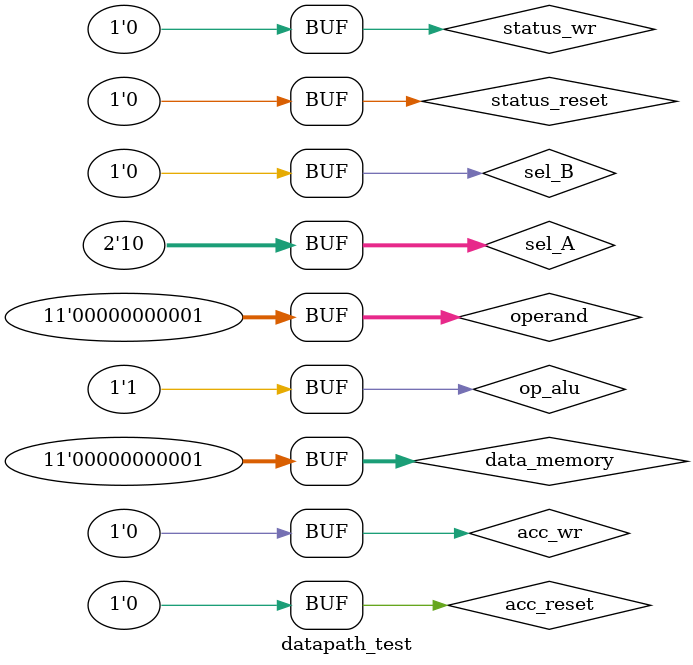
<source format=sv>
`timescale 1 ns / 10 ps

module datapath_test#(
        parameter DATA_WIDTH = 11
    );

    logic [DATA_WIDTH - 1:0] operand, data_memory;
    logic op_alu, sel_B, acc_wr, clock;
    logic status_wr, status_reset, acc_reset;
    logic [1:0] sel_A;
    logic [DATA_WIDTH - 1:0] data_out, ext_out;
    logic [DATA_WIDTH - 1:0] data_memory_address_out;
    logic flag_Z_out, flag_N_out;

    clock_generator GCLOCK(clock);

    datapath datapath0(
        .operand_in(operand), 
        .data_memory_in(data_memory),
        .op_alu_in(op_alu),
        .sel_A_in(sel_A), 
        .sel_B_in(sel_B),
        .clock_in(clock), 
        .acc_wr_in(acc_wr),
        .acc_reset_in(acc_reset), 
        .status_wr_in(status_wr), 
        .status_reset_in(status_reset), 
        .data_out(data_out), 
        .ext_out(ext_out),
        .data_memory_address_out(data_memory_address_out),
        .flag_Z_out(flag_Z_out), 
        .flag_N_out(flag_N_out)
    );

    initial
    begin
        operand = 11'b00000000001; data_memory = 11'b00000000001;
        op_alu = 1; sel_A = 0; sel_B = 0; acc_wr = 1'b0; acc_reset = 1; status_reset = 1;
        #2 acc_reset = 0; status_reset = 0; status_wr  = 1'b0;
        #2 acc_wr = 1'b1;
        #2 acc_wr = 1'b0;
        #2 sel_A = 2'b10;
        #2 status_wr  = 1'b1;
        #2 status_wr  = 1'b0;
        #2 acc_wr = 1'b1;
        #2 acc_wr = 1'b0;
    end
endmodule
</source>
